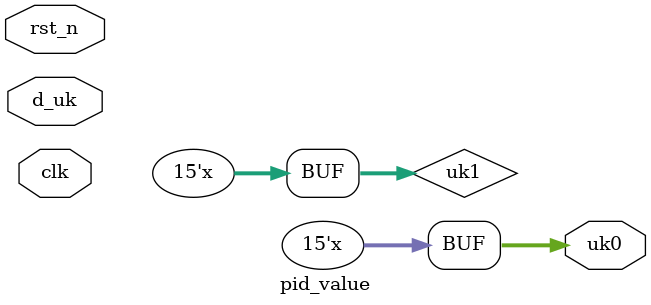
<source format=v>


module pid_value( 

    input clk,                          // 时钟信号
    input rst_n,                        // 复位信号，低电平有效
    input signed [14:0] d_uk,           // pid 增量

    output reg signed [14:0] uk0        // pid 输出值

);

reg signed [14:0] uk1 = 15'd0;          // 上一时刻u(k-1) 的值

always @(d_uk) begin
    uk0 = uk1 + d_uk;                   // 计算pid 输出值
    uk1 = uk0;                          // 寄存上一时刻 u(k-1) 的值
end

//<statements>

endmodule


</source>
